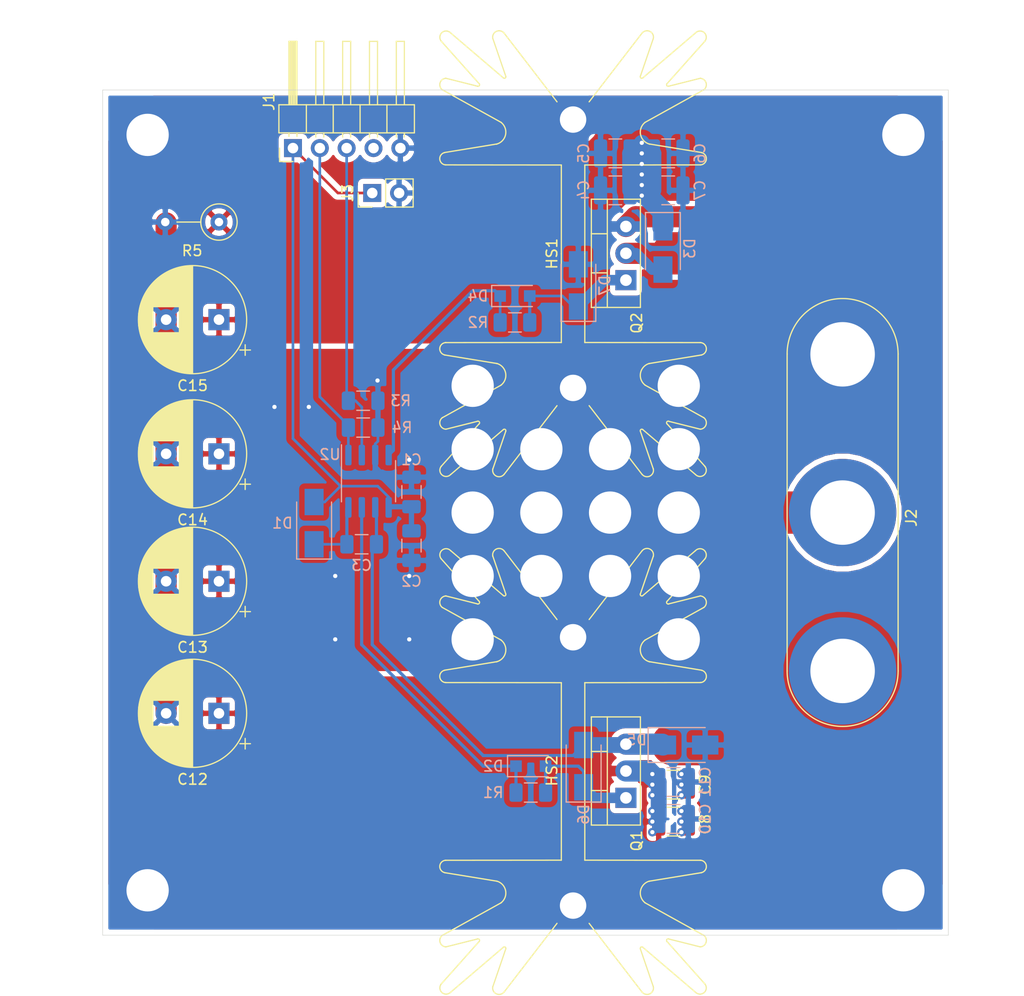
<source format=kicad_pcb>
(kicad_pcb (version 20171130) (host pcbnew 5.1.6-c6e7f7d~87~ubuntu20.04.1)
  (layers (0 F.Cu signal) (31 B.Cu signal) (34 B.Paste user) (35 F.Paste user) (36 B.SilkS user) (37 F.SilkS user) (38 B.Mask user) (39 F.Mask user) (44 Edge.Cuts user))
  (net 0 "")
  (net 1 GND)
  (net 2 +12V)
  (net 3 VCC)
  (net 4 "Net-(D2-Pad2)")
  (net 5 "Net-(D2-Pad1)")
  (net 6 "Net-(D4-Pad2)")
  (net 7 "Net-(D4-Pad1)")
  (net 8 "Net-(J1-Pad4)")
  (net 9 "Net-(J1-Pad3)")
  (net 10 "Net-(J1-Pad2)")
  (net 11 "Net-(C3-Pad2)")
  (net 12 "Net-(C3-Pad1)")
  (module Connector_PinHeader_2.54mm:PinHeader_1x02_P2.54mm_Vertical (layer F.Cu) (at 113.5 57.25 90)
    (fp_text reference J3 (at 0 -2.33 90) (layer F.SilkS))
    (fp_text value Conn_01x02_Female)
    (pad 2 thru_hole oval (at 0 2.54 90) (size 1.7 1.7) (drill 1) (layers *.Cu *.Mask) (net 1 GND))
    (pad 1 thru_hole rect (at 0 0 90) (size 1.7 1.7) (drill 1) (layers *.Cu *.Mask) (net 2 +12V))
  )
  (module Heatsink:Heatsink_Fischer_SK129-STS_42x25mm_2xDrill2.5mm (layer F.Cu) (at 132.5 63 90)
    (fp_text reference HS1 (at 0 -2 90) (layer F.SilkS))
    (fp_text value Heatsink_Pad)
    (pad 1 thru_hole circle (at -12.7 0 270) (size 4 4) (drill 2.5) (layers *.Cu *.Mask) (net 1 GND))
    (pad 1 thru_hole circle (at 12.7 0 90) (size 4 4) (drill 2.5) (layers *.Cu *.Mask) (net 1 GND))
  )
  (module Diode_SMD:D_SMA (layer B.Cu) (at 133 66 90)
    (fp_text reference D7 (at 0 2.5 90) (layer B.SilkS) (effects (justify mirror)))
    (fp_text value D_TVS)
    (pad 2 smd rect (at 2 0 90) (size 2.5 1.8) (layers B.Cu B.Paste B.Mask) (net 1 GND))
    (pad 1 smd rect (at -2 0 90) (size 2.5 1.8) (layers B.Cu B.Paste B.Mask) (net 6 "Net-(D4-Pad2)"))
  )
  (module Package_TO_SOT_THT:TO-220-3_Vertical (layer F.Cu) (at 137.5 114.5 90)
    (fp_text reference Q1 (at -4.064 1.016 90) (layer F.SilkS))
    (fp_text value Q_NMOS_GDS)
    (pad 3 thru_hole oval (at 5.08 0 90) (size 1.905 2) (drill 1.1) (layers *.Cu *.Mask) (net 12 "Net-(C3-Pad1)"))
    (pad 2 thru_hole oval (at 2.54 0 90) (size 1.905 2) (drill 1.1) (layers *.Cu *.Mask) (net 3 VCC))
    (pad 1 thru_hole rect (at 0 0 90) (size 1.905 2) (drill 1.1) (layers *.Cu *.Mask) (net 4 "Net-(D2-Pad2)"))
  )
  (module Diode_SMD:D_SMA (layer B.Cu) (at 133.5 111.5 90)
    (fp_text reference D6 (at -4.572 0 90) (layer B.SilkS) (effects (justify mirror)))
    (fp_text value D_TVS)
    (pad 2 smd rect (at 2 0 90) (size 2.5 1.8) (layers B.Cu B.Paste B.Mask) (net 12 "Net-(C3-Pad1)"))
    (pad 1 smd rect (at -2 0 90) (size 2.5 1.8) (layers B.Cu B.Paste B.Mask) (net 4 "Net-(D2-Pad2)"))
  )
  (module Connector:Banana_Jack_3Pin (layer F.Cu) (at 158 102.49 90)
    (fp_text reference J2 (at 14.5 6.5 90) (layer F.SilkS))
    (fp_text value Conn_01x03_Female)
    (pad 2 thru_hole circle (at 14.99 0 90) (size 10.16 10.16) (drill 6.1) (layers *.Cu *.Mask) (net 12 "Net-(C3-Pad1)"))
    (pad 3 thru_hole circle (at 29.97 0 90) (size 10.16 10.16) (drill 6.1) (layers *.Cu *.Mask) (net 1 GND))
    (pad 1 thru_hole circle (at 0 0 90) (size 10.16 10.16) (drill 6.1) (layers *.Cu *.Mask) (net 3 VCC))
  )
  (module Resistor_THT:R_Axial_DIN0309_L9.0mm_D3.2mm_P5.08mm_Vertical (layer F.Cu) (at 99 60 180)
    (fp_text reference R5 (at 2.54 -2.72) (layer F.SilkS))
    (fp_text value 1000)
    (pad 2 thru_hole oval (at 5.08 0 180) (size 1.6 1.6) (drill 0.8) (layers *.Cu *.Mask) (net 1 GND))
    (pad 1 thru_hole circle (at 0 0 180) (size 1.6 1.6) (drill 0.8) (layers *.Cu *.Mask) (net 3 VCC))
  )
  (module Resistor_SMD:R_1206_3216Metric (layer B.Cu) (at 112.64 79.452)
    (fp_text reference R4 (at 3.68 0) (layer B.SilkS) (effects (justify mirror)))
    (fp_text value 1k)
    (pad 2 smd roundrect (at 1.4 0) (size 1.25 1.75) (layers B.Cu B.Paste B.Mask) (roundrect_rratio 0.2) (net 1 GND))
    (pad 1 smd roundrect (at -1.4 0) (size 1.25 1.75) (layers B.Cu B.Paste B.Mask) (roundrect_rratio 0.2) (net 10 "Net-(J1-Pad2)"))
  )
  (module Resistor_SMD:R_1206_3216Metric (layer B.Cu) (at 112.64 76.912 180)
    (fp_text reference R3 (at -3.556 0) (layer B.SilkS) (effects (justify mirror)))
    (fp_text value 1k)
    (pad 2 smd roundrect (at 1.4 0 180) (size 1.25 1.75) (layers B.Cu B.Paste B.Mask) (roundrect_rratio 0.2) (net 9 "Net-(J1-Pad3)"))
    (pad 1 smd roundrect (at -1.4 0 180) (size 1.25 1.75) (layers B.Cu B.Paste B.Mask) (roundrect_rratio 0.2) (net 1 GND))
  )
  (module Resistor_SMD:R_1206_3216Metric (layer B.Cu) (at 127 69.5 180)
    (fp_text reference R2 (at 3.5 0) (layer B.SilkS) (effects (justify mirror)))
    (fp_text value 10)
    (pad 2 smd roundrect (at 1.4 0 180) (size 1.25 1.75) (layers B.Cu B.Paste B.Mask) (roundrect_rratio 0.2) (net 7 "Net-(D4-Pad1)"))
    (pad 1 smd roundrect (at -1.4 0 180) (size 1.25 1.75) (layers B.Cu B.Paste B.Mask) (roundrect_rratio 0.2) (net 6 "Net-(D4-Pad2)"))
  )
  (module Capacitor_SMD:C_1210_3225Metric (layer B.Cu) (at 142 113 180)
    (fp_text reference C11 (at -3 0 270) (layer B.SilkS) (effects (justify mirror)))
    (fp_text value 100n)
    (pad 2 smd roundrect (at 1.4 0 180) (size 1.25 2.65) (layers B.Cu B.Paste B.Mask) (roundrect_rratio 0.2) (net 3 VCC))
    (pad 1 smd roundrect (at -1.4 0 180) (size 1.25 2.65) (layers B.Cu B.Paste B.Mask) (roundrect_rratio 0.2) (net 1 GND))
  )
  (module Capacitor_SMD:C_1210_3225Metric (layer B.Cu) (at 142 116.5 180)
    (fp_text reference C10 (at -3 0 90) (layer B.SilkS) (effects (justify mirror)))
    (fp_text value 100n)
    (pad 2 smd roundrect (at 1.4 0 180) (size 1.25 2.65) (layers B.Cu B.Paste B.Mask) (roundrect_rratio 0.2) (net 3 VCC))
    (pad 1 smd roundrect (at -1.4 0 180) (size 1.25 2.65) (layers B.Cu B.Paste B.Mask) (roundrect_rratio 0.2) (net 1 GND))
  )
  (module Capacitor_SMD:C_1210_3225Metric (layer F.Cu) (at 142 113.25 180)
    (fp_text reference C9 (at -3 0 90) (layer F.SilkS))
    (fp_text value 100n)
    (pad 2 smd roundrect (at 1.4 0 180) (size 1.25 2.65) (layers F.Cu F.Paste F.Mask) (roundrect_rratio 0.2) (net 3 VCC))
    (pad 1 smd roundrect (at -1.4 0 180) (size 1.25 2.65) (layers F.Cu F.Paste F.Mask) (roundrect_rratio 0.2) (net 1 GND))
  )
  (module Capacitor_SMD:C_1210_3225Metric (layer F.Cu) (at 142 116.75 180)
    (fp_text reference C8 (at -3 -0.25 270) (layer F.SilkS))
    (fp_text value 100n)
    (pad 2 smd roundrect (at 1.4 0 180) (size 1.25 2.65) (layers F.Cu F.Paste F.Mask) (roundrect_rratio 0.2) (net 3 VCC))
    (pad 1 smd roundrect (at -1.4 0 180) (size 1.25 2.65) (layers F.Cu F.Paste F.Mask) (roundrect_rratio 0.2) (net 1 GND))
  )
  (module Capacitor_SMD:C_1210_3225Metric (layer B.Cu) (at 141.5 57 180)
    (fp_text reference C7 (at -3 0 270) (layer B.SilkS) (effects (justify mirror)))
    (fp_text value 100n)
    (pad 2 smd roundrect (at 1.4 0 180) (size 1.25 2.65) (layers B.Cu B.Paste B.Mask) (roundrect_rratio 0.2) (net 3 VCC))
    (pad 1 smd roundrect (at -1.4 0 180) (size 1.25 2.65) (layers B.Cu B.Paste B.Mask) (roundrect_rratio 0.2) (net 1 GND))
  )
  (module Capacitor_SMD:C_1210_3225Metric (layer B.Cu) (at 141.5 53.5 180)
    (fp_text reference C6 (at -3 0 90) (layer B.SilkS) (effects (justify mirror)))
    (fp_text value 100n)
    (pad 2 smd roundrect (at 1.4 0 180) (size 1.25 2.65) (layers B.Cu B.Paste B.Mask) (roundrect_rratio 0.2) (net 3 VCC))
    (pad 1 smd roundrect (at -1.4 0 180) (size 1.25 2.65) (layers B.Cu B.Paste B.Mask) (roundrect_rratio 0.2) (net 1 GND))
  )
  (module Capacitor_SMD:C_1210_3225Metric (layer B.Cu) (at 136.5 53.5)
    (fp_text reference C5 (at -3 0 270) (layer B.SilkS) (effects (justify mirror)))
    (fp_text value 100n)
    (pad 2 smd roundrect (at 1.4 0) (size 1.25 2.65) (layers B.Cu B.Paste B.Mask) (roundrect_rratio 0.2) (net 3 VCC))
    (pad 1 smd roundrect (at -1.4 0) (size 1.25 2.65) (layers B.Cu B.Paste B.Mask) (roundrect_rratio 0.2) (net 1 GND))
  )
  (module Capacitor_SMD:C_1210_3225Metric (layer B.Cu) (at 136.5 57)
    (fp_text reference C4 (at -3 0 270) (layer B.SilkS) (effects (justify mirror)))
    (fp_text value 100n)
    (pad 2 smd roundrect (at 1.4 0) (size 1.25 2.65) (layers B.Cu B.Paste B.Mask) (roundrect_rratio 0.2) (net 3 VCC))
    (pad 1 smd roundrect (at -1.4 0) (size 1.25 2.65) (layers B.Cu B.Paste B.Mask) (roundrect_rratio 0.2) (net 1 GND))
  )
  (module Resistor_SMD:R_1206_3216Metric (layer B.Cu) (at 117.212 90.628 270)
    (fp_text reference C2 (at 3.372 0 180) (layer B.SilkS) (effects (justify mirror)))
    (fp_text value 100nF)
    (pad 2 smd roundrect (at 1.4 0 270) (size 1.25 1.75) (layers B.Cu B.Paste B.Mask) (roundrect_rratio 0.2) (net 1 GND))
    (pad 1 smd roundrect (at -1.4 0 270) (size 1.25 1.75) (layers B.Cu B.Paste B.Mask) (roundrect_rratio 0.2) (net 2 +12V))
  )
  (module Diode_SMD:D_SOD-123F (layer B.Cu) (at 128.5 111.5)
    (fp_text reference D2 (at -3.556 0) (layer B.SilkS) (effects (justify mirror)))
    (fp_text value D)
    (pad 2 smd rect (at 1.4 0) (size 1.1 1.1) (layers B.Cu B.Paste B.Mask) (net 4 "Net-(D2-Pad2)"))
    (pad 1 smd rect (at -1.4 0) (size 1.1 1.1) (layers B.Cu B.Paste B.Mask) (net 5 "Net-(D2-Pad1)"))
  )
  (module Diode_SMD:D_SOD-123F (layer B.Cu) (at 127 67)
    (fp_text reference D4 (at -3.5 0 180) (layer B.SilkS) (effects (justify mirror)))
    (fp_text value D)
    (pad 2 smd rect (at 1.4 0) (size 1.1 1.1) (layers B.Cu B.Paste B.Mask) (net 6 "Net-(D4-Pad2)"))
    (pad 1 smd rect (at -1.4 0) (size 1.1 1.1) (layers B.Cu B.Paste B.Mask) (net 7 "Net-(D4-Pad1)"))
  )
  (module Capacitor_SMD:C_1206_3216Metric (layer B.Cu) (at 112.5 90.5 180)
    (fp_text reference C3 (at 0 -2) (layer B.SilkS) (effects (justify mirror)))
    (fp_text value 1uF)
    (pad 2 smd roundrect (at 1.4 0 180) (size 1.25 1.75) (layers B.Cu B.Paste B.Mask) (roundrect_rratio 0.2) (net 11 "Net-(C3-Pad2)"))
    (pad 1 smd roundrect (at -1.4 0 180) (size 1.25 1.75) (layers B.Cu B.Paste B.Mask) (roundrect_rratio 0.2) (net 12 "Net-(C3-Pad1)"))
  )
  (module Package_SO:SOIC-8_3.9x4.9mm_P1.27mm (layer B.Cu) (at 113.148 84.532 270)
    (fp_text reference U2 (at -2.532 3.648 180) (layer B.SilkS) (effects (justify mirror)))
    (fp_text value IRS2186)
    (pad 8 smd roundrect (at 2.475 1.905 270) (size 1.95 0.6) (layers B.Cu B.Paste B.Mask) (net 11 "Net-(C3-Pad2)"))
    (pad 7 smd roundrect (at 2.475 0.635 270) (size 1.95 0.6) (layers B.Cu B.Paste B.Mask) (net 5 "Net-(D2-Pad1)"))
    (pad 6 smd roundrect (at 2.475 -0.635 270) (size 1.95 0.6) (layers B.Cu B.Paste B.Mask) (net 12 "Net-(C3-Pad1)"))
    (pad 5 smd roundrect (at 2.475 -1.905 270) (size 1.95 0.6) (layers B.Cu B.Paste B.Mask) (net 2 +12V))
    (pad 4 smd roundrect (at -2.475 -1.905 270) (size 1.95 0.6) (layers B.Cu B.Paste B.Mask) (net 7 "Net-(D4-Pad1)"))
    (pad 3 smd roundrect (at -2.475 -0.635 270) (size 1.95 0.6) (layers B.Cu B.Paste B.Mask) (net 1 GND))
    (pad 2 smd roundrect (at -2.475 0.635 270) (size 1.95 0.6) (layers B.Cu B.Paste B.Mask) (net 9 "Net-(J1-Pad3)"))
    (pad 1 smd roundrect (at -2.475 1.905 270) (size 1.95 0.6) (layers B.Cu B.Paste B.Mask) (net 10 "Net-(J1-Pad2)"))
  )
  (module Resistor_SMD:R_1206_3216Metric (layer B.Cu) (at 128.5 114 180)
    (fp_text reference R1 (at 3.556 0 180) (layer B.SilkS) (effects (justify mirror)))
    (fp_text value 10)
    (pad 2 smd roundrect (at 1.4 0 180) (size 1.25 1.75) (layers B.Cu B.Paste B.Mask) (roundrect_rratio 0.2) (net 5 "Net-(D2-Pad1)"))
    (pad 1 smd roundrect (at -1.4 0 180) (size 1.25 1.75) (layers B.Cu B.Paste B.Mask) (roundrect_rratio 0.2) (net 4 "Net-(D2-Pad2)"))
  )
  (module Package_TO_SOT_THT:TO-220-3_Vertical (layer F.Cu) (at 137.5 65.5 90)
    (fp_text reference Q2 (at -4.064 1.016 90) (layer F.SilkS))
    (fp_text value Q_NMOS_GDS)
    (pad 3 thru_hole oval (at 5.08 0 90) (size 1.905 2) (drill 1.1) (layers *.Cu *.Mask) (net 1 GND))
    (pad 2 thru_hole oval (at 2.54 0 90) (size 1.905 2) (drill 1.1) (layers *.Cu *.Mask) (net 12 "Net-(C3-Pad1)"))
    (pad 1 thru_hole rect (at 0 0 90) (size 1.905 2) (drill 1.1) (layers *.Cu *.Mask) (net 6 "Net-(D4-Pad2)"))
  )
  (module Connector_PinHeader_2.54mm:PinHeader_1x05_P2.54mm_Horizontal (layer F.Cu) (at 106 53 90)
    (fp_text reference J1 (at 4.385 -2.27 90) (layer F.SilkS))
    (fp_text value Conn_01x05_Male)
    (pad 5 thru_hole oval (at 0 10.16 90) (size 1.7 1.7) (drill 1) (layers *.Cu *.Mask) (net 1 GND))
    (pad 4 thru_hole oval (at 0 7.62 90) (size 1.7 1.7) (drill 1) (layers *.Cu *.Mask) (net 8 "Net-(J1-Pad4)"))
    (pad 3 thru_hole oval (at 0 5.08 90) (size 1.7 1.7) (drill 1) (layers *.Cu *.Mask) (net 9 "Net-(J1-Pad3)"))
    (pad 2 thru_hole oval (at 0 2.54 90) (size 1.7 1.7) (drill 1) (layers *.Cu *.Mask) (net 10 "Net-(J1-Pad2)"))
    (pad 1 thru_hole rect (at 0 0 90) (size 1.7 1.7) (drill 1) (layers *.Cu *.Mask) (net 2 +12V))
  )
  (module Heatsink:Heatsink_Fischer_SK129-STS_42x25mm_2xDrill2.5mm (layer F.Cu) (at 132.5 112 90)
    (fp_text reference HS2 (at 0.069 -2 90) (layer F.SilkS))
    (fp_text value Heatsink_Pad)
    (pad 1 thru_hole circle (at -12.7 0 270) (size 4 4) (drill 2.5) (layers *.Cu *.Mask) (net 1 GND))
    (pad 1 thru_hole circle (at 12.7 0 90) (size 4 4) (drill 2.5) (layers *.Cu *.Mask) (net 1 GND))
  )
  (module Diode_SMD:D_SMA (layer B.Cu) (at 143 109.5)
    (fp_text reference D5 (at -4.5 -0.5 180) (layer B.SilkS) (effects (justify mirror)))
    (fp_text value D)
    (pad 2 smd rect (at 2 0) (size 2.5 1.8) (layers B.Cu B.Paste B.Mask) (net 1 GND))
    (pad 1 smd rect (at -2 0) (size 2.5 1.8) (layers B.Cu B.Paste B.Mask) (net 12 "Net-(C3-Pad1)"))
  )
  (module Diode_SMD:D_SMA (layer B.Cu) (at 141 62.5 270)
    (fp_text reference D3 (at 0 -2.54 90) (layer B.SilkS) (effects (justify mirror)))
    (fp_text value D)
    (pad 2 smd rect (at 2 0 270) (size 2.5 1.8) (layers B.Cu B.Paste B.Mask) (net 12 "Net-(C3-Pad1)"))
    (pad 1 smd rect (at -2 0 270) (size 2.5 1.8) (layers B.Cu B.Paste B.Mask) (net 3 VCC))
  )
  (module Diode_SMD:D_SMA (layer B.Cu) (at 108 88.5 90)
    (fp_text reference D1 (at 0 -3 180) (layer B.SilkS) (effects (justify mirror)))
    (fp_text value D)
    (pad 2 smd rect (at 2 0 90) (size 2.5 1.8) (layers B.Cu B.Paste B.Mask) (net 2 +12V))
    (pad 1 smd rect (at -2 0 90) (size 2.5 1.8) (layers B.Cu B.Paste B.Mask) (net 11 "Net-(C3-Pad2)"))
  )
  (module Capacitor_THT:CP_Radial_D10.0mm_P5.00mm (layer F.Cu) (at 99 69.239 180)
    (fp_text reference C15 (at 2.5 -6.25) (layer F.SilkS))
    (fp_text value 100uF)
    (pad 2 thru_hole circle (at 5 0 180) (size 2 2) (drill 1) (layers *.Cu *.Mask) (net 1 GND))
    (pad 1 thru_hole rect (at 0 0 180) (size 2 2) (drill 1) (layers *.Cu *.Mask) (net 3 VCC))
  )
  (module Capacitor_THT:CP_Radial_D10.0mm_P5.00mm (layer F.Cu) (at 99 81.939 180)
    (fp_text reference C14 (at 2.5 -6.25) (layer F.SilkS))
    (fp_text value 100uF)
    (pad 2 thru_hole circle (at 5 0 180) (size 2 2) (drill 1) (layers *.Cu *.Mask) (net 1 GND))
    (pad 1 thru_hole rect (at 0 0 180) (size 2 2) (drill 1) (layers *.Cu *.Mask) (net 3 VCC))
  )
  (module Capacitor_THT:CP_Radial_D10.0mm_P5.00mm (layer F.Cu) (at 99 94 180)
    (fp_text reference C13 (at 2.5 -6.25) (layer F.SilkS))
    (fp_text value 100uF)
    (pad 2 thru_hole circle (at 5 0 180) (size 2 2) (drill 1) (layers *.Cu *.Mask) (net 1 GND))
    (pad 1 thru_hole rect (at 0 0 180) (size 2 2) (drill 1) (layers *.Cu *.Mask) (net 3 VCC))
  )
  (module Capacitor_THT:CP_Radial_D10.0mm_P5.00mm (layer F.Cu) (at 99 106.5 180)
    (fp_text reference C12 (at 2.5 -6.25) (layer F.SilkS))
    (fp_text value 100uF)
    (pad 2 thru_hole circle (at 5 0 180) (size 2 2) (drill 1) (layers *.Cu *.Mask) (net 1 GND))
    (pad 1 thru_hole rect (at 0 0 180) (size 2 2) (drill 1) (layers *.Cu *.Mask) (net 3 VCC))
  )
  (module Resistor_SMD:R_1206_3216Metric (layer B.Cu) (at 117.212 85.548 90)
    (fp_text reference C1 (at 3.048 0 180) (layer B.SilkS) (effects (justify mirror)))
    (fp_text value 100nF)
    (pad 2 smd roundrect (at 1.4 0 90) (size 1.25 1.75) (layers B.Cu B.Paste B.Mask) (roundrect_rratio 0.2) (net 1 GND))
    (pad 1 smd roundrect (at -1.4 0 90) (size 1.25 1.75) (layers B.Cu B.Paste B.Mask) (roundrect_rratio 0.2) (net 2 +12V))
  )
  (gr_line (start 168 47.5) (end 88 47.5) (layer Edge.Cuts) (width 0.05))
  (gr_line (start 168 127.5) (end 168 47.5) (layer Edge.Cuts) (width 0.05))
  (gr_line (start 88 127.5) (end 168 127.5) (layer Edge.Cuts) (width 0.05))
  (gr_line (start 88 47.5) (end 88 127.5) (layer Edge.Cuts) (width 0.05))
  (via (at 142.75 117.75) (size 0.8) (drill 0.4) (layers F.Cu B.Cu) (net 1))
  (via (at 142.75 116.75) (size 0.8) (drill 0.4) (layers F.Cu B.Cu) (net 1))
  (via (at 142.75 115.75) (size 0.8) (drill 0.4) (layers F.Cu B.Cu) (net 1))
  (via (at 142.75 114.25) (size 0.8) (drill 0.4) (layers F.Cu B.Cu) (net 1))
  (via (at 142.75 113.25) (size 0.8) (drill 0.4) (layers F.Cu B.Cu) (net 1))
  (via (at 142.75 112.25) (size 0.8) (drill 0.4) (layers F.Cu B.Cu) (net 1))
  (via (at 92.25 51.75) (size 6) (drill 4) (layers F.Cu B.Cu) (net 1))
  (via (at 163.75 51.75) (size 6) (drill 4) (layers F.Cu B.Cu) (net 1))
  (via (at 163.75 123.25) (size 6) (drill 4) (layers F.Cu B.Cu) (net 1))
  (via (at 92.25 123.25) (size 6) (drill 4) (layers F.Cu B.Cu) (net 1))
  (via (at 140 114.25) (size 0.8) (drill 0.4) (layers F.Cu B.Cu) (net 3))
  (via (at 140 117.75) (size 0.8) (drill 0.4) (layers F.Cu B.Cu) (net 3))
  (via (at 123 87.5) (size 6) (drill 4) (layers F.Cu B.Cu) (net 1))
  (via (at 129.5 81.5) (size 6) (drill 4) (layers F.Cu B.Cu) (net 1))
  (via (at 142.5 93.5) (size 6) (drill 4) (layers F.Cu B.Cu) (net 1))
  (via (at 129.5 87.5) (size 6) (drill 4) (layers F.Cu B.Cu) (net 1))
  (via (at 136 87.5) (size 6) (drill 4) (layers F.Cu B.Cu) (net 1))
  (via (at 136 81.5) (size 6) (drill 4) (layers F.Cu B.Cu) (net 1))
  (via (at 123 93.5) (size 6) (drill 4) (layers F.Cu B.Cu) (net 1))
  (via (at 142.5 81.5) (size 6) (drill 4) (layers F.Cu B.Cu) (net 1))
  (via (at 136 93.5) (size 6) (drill 4) (layers F.Cu B.Cu) (net 1))
  (via (at 129.5 93.5) (size 6) (drill 4) (layers F.Cu B.Cu) (net 1))
  (via (at 142.5 87.5) (size 6) (drill 4) (layers F.Cu B.Cu) (net 1))
  (via (at 142.5 99.5) (size 6) (drill 4) (layers F.Cu B.Cu) (net 1))
  (via (at 142.5 75.5) (size 6) (drill 4) (layers F.Cu B.Cu) (net 1))
  (via (at 123 75.5) (size 6) (drill 4) (layers F.Cu B.Cu) (net 1))
  (via (at 123 99.5) (size 6) (drill 4) (layers F.Cu B.Cu) (net 1))
  (via (at 123 81.5) (size 6) (drill 4) (layers F.Cu B.Cu) (net 1))
  (segment (start 117.212 84.148) (end 117.844 84.148) (width 0.5) (layer B.Cu) (net 1))
  (via (at 114 75) (size 0.8) (drill 0.4) (layers F.Cu B.Cu) (net 1))
  (segment (start 132.9 59.6) (end 132.9 60.5) (width 2) (layer B.Cu) (net 1))
  (segment (start 133 60.6) (end 132.9 60.5) (width 0.25) (layer B.Cu) (net 1))
  (segment (start 133 64) (end 133 60.6) (width 0.25) (layer B.Cu) (net 1))
  (segment (start 114.04 80.743) (end 113.783 81) (width 0.25) (layer B.Cu) (net 1))
  (segment (start 114.04 76.912) (end 114.04 80.743) (width 0.25) (layer B.Cu) (net 1))
  (segment (start 113.783 83.032) (end 113.783 82.057) (width 0.25) (layer B.Cu) (net 1))
  (segment (start 114.899 84.148) (end 114.899 84.148) (width 0.25) (layer B.Cu) (net 1))
  (segment (start 117.212 84.148) (end 114.899 84.148) (width 0.25) (layer B.Cu) (net 1))
  (segment (start 113.783 82.057) (end 113.783 81) (width 0.25) (layer B.Cu) (net 1))
  (segment (start 114.899 84.148) (end 113.783 83.032) (width 0.25) (layer B.Cu) (net 1))
  (segment (start 94 88) (end 94 60.08) (width 2) (layer F.Cu) (net 1))
  (segment (start 94 106.5) (end 94 88) (width 2) (layer F.Cu) (net 1))
  (segment (start 123 75.5) (end 123 99.5) (width 3) (layer F.Cu) (net 1))
  (segment (start 129.5 81.5) (end 129.5 93.5) (width 3) (layer F.Cu) (net 1))
  (segment (start 136 81.5) (end 136 93.5) (width 3) (layer F.Cu) (net 1))
  (segment (start 142.5 75.5) (end 142.5 99.5) (width 3) (layer F.Cu) (net 1))
  (segment (start 123 93.5) (end 142.5 93.5) (width 3) (layer F.Cu) (net 1))
  (segment (start 123 81.5) (end 142.5 81.5) (width 3) (layer F.Cu) (net 1))
  (segment (start 129.5 87.5) (end 142.5 87.5) (width 3) (layer F.Cu) (net 1))
  (segment (start 122.5 75) (end 123 75.5) (width 2) (layer F.Cu) (net 1))
  (via (at 107.5 77.5) (size 0.8) (drill 0.4) (layers F.Cu B.Cu) (net 1))
  (via (at 117 93.5) (size 0.8) (drill 0.4) (layers F.Cu B.Cu) (net 1))
  (via (at 117 82.5) (size 0.8) (drill 0.4) (layers F.Cu B.Cu) (net 1))
  (segment (start 138.42 59.5) (end 137.5 60.42) (width 2) (layer F.Cu) (net 1))
  (segment (start 148.5 59.5) (end 138.42 59.5) (width 2) (layer F.Cu) (net 1))
  (segment (start 152.5 63.5) (end 148.5 59.5) (width 2) (layer F.Cu) (net 1))
  (segment (start 152.5 67.02) (end 152.5 63.5) (width 2) (layer F.Cu) (net 1))
  (segment (start 158 72.52) (end 152.5 67.02) (width 2) (layer F.Cu) (net 1))
  (via (at 110 93.5) (size 0.8) (drill 0.4) (layers F.Cu B.Cu) (net 1))
  (via (at 110 99.5) (size 0.8) (drill 0.4) (layers F.Cu B.Cu) (net 1))
  (via (at 117 99.5) (size 0.8) (drill 0.4) (layers F.Cu B.Cu) (net 1))
  (via (at 104.25 77.5) (size 0.8) (drill 0.4) (layers F.Cu B.Cu) (net 1))
  (segment (start 116.25 74.75) (end 94 74.75) (width 3) (layer F.Cu) (net 1))
  (segment (start 128.5 87) (end 116.25 74.75) (width 3) (layer F.Cu) (net 1))
  (segment (start 128.5 87.5) (end 128.5 87) (width 3) (layer F.Cu) (net 1))
  (via (at 140 115.75) (size 0.8) (drill 0.4) (layers F.Cu B.Cu) (net 3))
  (via (at 140 116.75) (size 0.8) (drill 0.4) (layers F.Cu B.Cu) (net 3))
  (segment (start 115.112 86.948) (end 115.053 87.007) (width 0.5) (layer B.Cu) (net 2))
  (segment (start 117.212 86.948) (end 115.112 86.948) (width 0.5) (layer B.Cu) (net 2))
  (segment (start 117.212 86.948) (end 117.212 89.228) (width 0.5) (layer B.Cu) (net 2))
  (segment (start 106 53) (end 106 80.5) (width 0.25) (layer B.Cu) (net 2))
  (segment (start 106 80.5) (end 110.5 85) (width 0.25) (layer B.Cu) (net 2))
  (segment (start 115.053 86.032) (end 115.053 87.007) (width 0.25) (layer B.Cu) (net 2))
  (segment (start 114.021 85) (end 115.053 86.032) (width 0.25) (layer B.Cu) (net 2))
  (segment (start 110.5 85) (end 114.021 85) (width 0.25) (layer B.Cu) (net 2))
  (segment (start 109 86.5) (end 110.5 85) (width 0.25) (layer B.Cu) (net 2))
  (segment (start 108 86.5) (end 109 86.5) (width 0.25) (layer B.Cu) (net 2))
  (segment (start 110.25 57.25) (end 113.5 57.25) (width 0.25) (layer F.Cu) (net 2))
  (segment (start 106 53) (end 110.25 57.25) (width 0.25) (layer F.Cu) (net 2))
  (segment (start 139.56 111.96) (end 140.05 112.45) (width 2) (layer B.Cu) (net 3))
  (segment (start 137.5 111.96) (end 139.56 111.96) (width 2) (layer B.Cu) (net 3))
  (via (at 140 113.25) (size 0.8) (drill 0.4) (layers F.Cu B.Cu) (net 3))
  (segment (start 140.6 116.5) (end 140.6 116.4) (width 0.25) (layer B.Cu) (net 3))
  (segment (start 140.6 116.5) (end 141.5 116.5) (width 0.25) (layer B.Cu) (net 3))
  (segment (start 140.6 116.5) (end 140.6 116.6) (width 0.25) (layer B.Cu) (net 3))
  (segment (start 137.9 53.5) (end 137.9 53.5) (width 1.5) (layer B.Cu) (net 3))
  (segment (start 140.1 57) (end 140.1 54.9) (width 1.5) (layer B.Cu) (net 3))
  (via (at 139 56.5) (size 0.8) (drill 0.4) (layers F.Cu B.Cu) (net 3))
  (via (at 139 52.5) (size 0.8) (drill 0.4) (layers F.Cu B.Cu) (net 3))
  (segment (start 140.1 53.5) (end 140.1 53.5) (width 1.5) (layer B.Cu) (net 3))
  (segment (start 137.9 53.5) (end 137.9 55.1) (width 1.5) (layer B.Cu) (net 3))
  (via (at 139 53.5) (size 0.8) (drill 0.4) (layers F.Cu B.Cu) (net 3))
  (via (at 139 57.5) (size 0.8) (drill 0.4) (layers F.Cu B.Cu) (net 3))
  (via (at 139 55.5) (size 0.8) (drill 0.4) (layers F.Cu B.Cu) (net 3))
  (segment (start 137.9 55.1) (end 137.9 57) (width 1.5) (layer B.Cu) (net 3))
  (via (at 139 54.5) (size 0.8) (drill 0.4) (layers F.Cu B.Cu) (net 3))
  (segment (start 140.1 54.9) (end 140.1 53.5) (width 1.5) (layer B.Cu) (net 3))
  (segment (start 140.6 113) (end 141.1 112.5) (width 0.25) (layer B.Cu) (net 3))
  (segment (start 140.6 113) (end 141 113) (width 0.25) (layer B.Cu) (net 3))
  (segment (start 140.6 113) (end 140.6 113.6) (width 0.25) (layer B.Cu) (net 3))
  (segment (start 140.6 113) (end 140.6 116.5) (width 1.5) (layer B.Cu) (net 3))
  (segment (start 141 59) (end 141 60.5) (width 2) (layer B.Cu) (net 3))
  (segment (start 139 57) (end 141 59) (width 2) (layer B.Cu) (net 3))
  (segment (start 139 52.5) (end 139 57.5) (width 1.5) (layer B.Cu) (net 3))
  (segment (start 140.05 112.45) (end 140.6 113) (width 1.5) (layer B.Cu) (net 3))
  (via (at 140 112.25) (size 0.8) (drill 0.4) (layers F.Cu B.Cu) (net 3))
  (segment (start 129.9 111.5) (end 129.9 114) (width 0.3) (layer B.Cu) (net 4))
  (segment (start 133 111.5) (end 129.9 111.5) (width 0.3) (layer B.Cu) (net 4))
  (segment (start 133.5 112) (end 133 111.5) (width 0.3) (layer B.Cu) (net 4))
  (segment (start 133.5 113.5) (end 133.5 112) (width 0.3) (layer B.Cu) (net 4))
  (segment (start 134.5 114.5) (end 133.5 113.5) (width 1) (layer B.Cu) (net 4))
  (segment (start 137.5 114.5) (end 134.5 114.5) (width 1) (layer B.Cu) (net 4))
  (segment (start 127.1 111.5) (end 127.1 114) (width 0.3) (layer B.Cu) (net 5))
  (segment (start 124 111.5) (end 127.1 111.5) (width 0.3) (layer B.Cu) (net 5))
  (segment (start 112.5 100) (end 124 111.5) (width 0.3) (layer B.Cu) (net 5))
  (segment (start 112.5 87.02) (end 112.5 100) (width 0.3) (layer B.Cu) (net 5))
  (segment (start 112.513 87.007) (end 112.5 87.02) (width 0.3) (layer B.Cu) (net 5))
  (segment (start 128.4 69.5) (end 128.4 67) (width 0.3) (layer B.Cu) (net 6))
  (segment (start 135.5 65.5) (end 137.5 65.5) (width 1) (layer B.Cu) (net 6))
  (segment (start 133 68) (end 135.5 65.5) (width 1) (layer B.Cu) (net 6))
  (segment (start 128.4 66.6) (end 128.4 67) (width 0.25) (layer B.Cu) (net 6))
  (segment (start 128.8 67) (end 128.4 66.6) (width 0.25) (layer B.Cu) (net 6))
  (segment (start 131.5 67) (end 128.8 67) (width 0.25) (layer B.Cu) (net 6))
  (segment (start 132.5 68) (end 131.5 67) (width 0.25) (layer B.Cu) (net 6))
  (segment (start 125.6 67) (end 125.6 69.5) (width 0.25) (layer B.Cu) (net 7))
  (segment (start 125.6 67) (end 125.1 66.5) (width 0.3) (layer B.Cu) (net 7))
  (segment (start 125.1 66.5) (end 123 66.5) (width 0.3) (layer B.Cu) (net 7))
  (segment (start 123 66.5) (end 115.5 74) (width 0.3) (layer B.Cu) (net 7))
  (segment (start 115.5 74) (end 115.5 81.61) (width 0.3) (layer B.Cu) (net 7))
  (segment (start 115.5 81.61) (end 115.053 82.057) (width 0.3) (layer B.Cu) (net 7))
  (segment (start 111.08 76.752) (end 111.24 76.912) (width 0.25) (layer B.Cu) (net 9))
  (segment (start 111.08 53) (end 111.08 76.752) (width 0.25) (layer B.Cu) (net 9))
  (segment (start 112.513 77.513) (end 112.513 82.057) (width 0.25) (layer B.Cu) (net 9))
  (segment (start 111.912 76.912) (end 112.513 77.513) (width 0.25) (layer B.Cu) (net 9))
  (segment (start 111.24 76.912) (end 111.912 76.912) (width 0.25) (layer B.Cu) (net 9))
  (segment (start 111.243 79.455) (end 111.24 79.452) (width 0.5) (layer B.Cu) (net 10))
  (segment (start 111.24 79.24) (end 111.24 79.452) (width 0.25) (layer B.Cu) (net 10))
  (segment (start 108.54 76.54) (end 111.24 79.24) (width 0.25) (layer B.Cu) (net 10))
  (segment (start 108.54 53) (end 108.54 76.54) (width 0.25) (layer B.Cu) (net 10))
  (segment (start 111.24 82.054) (end 111.243 82.057) (width 0.25) (layer B.Cu) (net 10))
  (segment (start 111.24 79.452) (end 111.24 82.054) (width 0.25) (layer B.Cu) (net 10))
  (segment (start 111.1 87.15) (end 111.243 87.007) (width 0.3) (layer B.Cu) (net 11))
  (segment (start 111.1 90.5) (end 111.1 87.15) (width 0.3) (layer B.Cu) (net 11))
  (segment (start 108 90.5) (end 111.1 90.5) (width 0.25) (layer B.Cu) (net 11))
  (segment (start 141.96 62.96) (end 142 63) (width 2) (layer F.Cu) (net 12))
  (segment (start 137.5 62.96) (end 141.96 62.96) (width 2) (layer F.Cu) (net 12))
  (segment (start 137.5 109.42) (end 141.92 109.42) (width 2) (layer F.Cu) (net 12))
  (segment (start 145.96 62.96) (end 141.96 62.96) (width 4) (layer F.Cu) (net 12))
  (segment (start 148.5 107) (end 148.5 65.5) (width 4) (layer F.Cu) (net 12))
  (segment (start 148.5 65.5) (end 145.96 62.96) (width 4) (layer F.Cu) (net 12))
  (segment (start 146.08 109.42) (end 148.5 107) (width 4) (layer F.Cu) (net 12))
  (segment (start 141.92 109.42) (end 146.08 109.42) (width 4) (layer F.Cu) (net 12))
  (segment (start 140.92 109.42) (end 141 109.5) (width 2) (layer B.Cu) (net 12))
  (segment (start 137.5 109.42) (end 140.92 109.42) (width 2) (layer B.Cu) (net 12))
  (segment (start 137.42 109.5) (end 137.5 109.42) (width 1.5) (layer B.Cu) (net 12))
  (segment (start 133.5 109.5) (end 137.42 109.5) (width 1.5) (layer B.Cu) (net 12))
  (segment (start 113.9 87.124) (end 113.783 87.007) (width 0.3) (layer B.Cu) (net 12))
  (segment (start 113.9 90.5) (end 113.9 87.124) (width 0.3) (layer B.Cu) (net 12))
  (segment (start 124 110.5) (end 132.5 110.5) (width 0.3) (layer B.Cu) (net 12))
  (segment (start 113.5 100) (end 124 110.5) (width 0.3) (layer B.Cu) (net 12))
  (segment (start 132.5 110.5) (end 133.5 109.5) (width 0.3) (layer B.Cu) (net 12))
  (segment (start 113.5 90.9) (end 113.5 100) (width 0.3) (layer B.Cu) (net 12))
  (segment (start 113.9 90.5) (end 113.5 90.9) (width 0.3) (layer B.Cu) (net 12))
  (segment (start 148.5 87.5) (end 158 87.5) (width 4) (layer F.Cu) (net 12))
  (segment (start 140 64.5) (end 141 64.5) (width 1) (layer B.Cu) (net 12))
  (segment (start 138.46 62.96) (end 140 64.5) (width 1) (layer B.Cu) (net 12))
  (segment (start 137.5 62.96) (end 138.46 62.96) (width 1) (layer B.Cu) (net 12))
  (zone (net 3) (net_name VCC) (layer F.Cu) (connect_pads (clearance 0.508)) (min_thickness 0.254) (fill yes (arc_segments 32) (thermal_gap 0.508) (thermal_bridge_width 0.508))
    (polygon (pts (xy 168.5 128) (xy 87.5 128) (xy 87.5 47) (xy 168.5 47)))
  )
  (zone (net 1) (net_name GND) (layer B.Cu) (connect_pads (clearance 0.508)) (min_thickness 0.254) (fill yes (arc_segments 32) (thermal_gap 0.508) (thermal_bridge_width 0.508))
    (polygon (pts (xy 169 128.5) (xy 87 128.5) (xy 87 46.5) (xy 169 46.5)))
  )
  (zone (net 1) (net_name GND) (layer F.Cu) (priority 1) (connect_pads (clearance 0.508)) (min_thickness 0.254) (fill yes (arc_segments 32) (thermal_gap 0.508) (thermal_bridge_width 0.508))
    (polygon (pts (xy 146 102.5) (xy 102.5 102.5) (xy 102.5 72) (xy 146 72)))
  )
)
</source>
